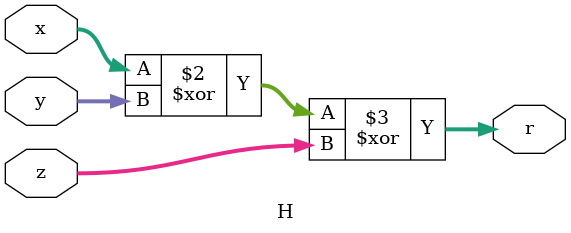
<source format=v>
module H (
    input [31:0]x,
    input [31:0]y,
    input [31:0]z,
    output reg [31:0]r
);
always@(*) begin
    r = x ^ y ^ z;
end
endmodule
</source>
